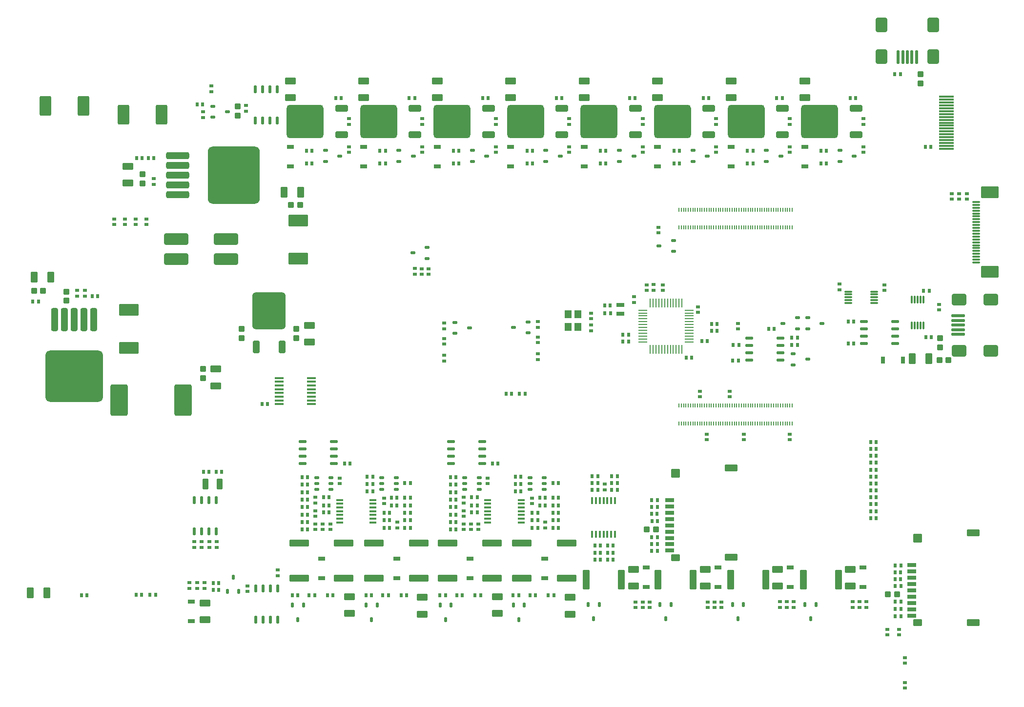
<source format=gtp>
G04*
G04 #@! TF.GenerationSoftware,Altium Limited,Altium Designer,22.1.2 (22)*
G04*
G04 Layer_Color=8421504*
%FSLAX44Y44*%
%MOMM*%
G71*
G04*
G04 #@! TF.SameCoordinates,29E8C143-3DC4-495F-BF5F-5F13AAE0725B*
G04*
G04*
G04 #@! TF.FilePolarity,Positive*
G04*
G01*
G75*
G04:AMPARAMS|DCode=19|XSize=1.2mm|YSize=2.2mm|CornerRadius=0.18mm|HoleSize=0mm|Usage=FLASHONLY|Rotation=90.000|XOffset=0mm|YOffset=0mm|HoleType=Round|Shape=RoundedRectangle|*
%AMROUNDEDRECTD19*
21,1,1.2000,1.8400,0,0,90.0*
21,1,0.8400,2.2000,0,0,90.0*
1,1,0.3600,0.9200,0.4200*
1,1,0.3600,0.9200,-0.4200*
1,1,0.3600,-0.9200,-0.4200*
1,1,0.3600,-0.9200,0.4200*
%
%ADD19ROUNDEDRECTD19*%
G04:AMPARAMS|DCode=20|XSize=1.6mm|YSize=1.5mm|CornerRadius=0.225mm|HoleSize=0mm|Usage=FLASHONLY|Rotation=90.000|XOffset=0mm|YOffset=0mm|HoleType=Round|Shape=RoundedRectangle|*
%AMROUNDEDRECTD20*
21,1,1.6000,1.0500,0,0,90.0*
21,1,1.1500,1.5000,0,0,90.0*
1,1,0.4500,0.5250,0.5750*
1,1,0.4500,0.5250,-0.5750*
1,1,0.4500,-0.5250,-0.5750*
1,1,0.4500,-0.5250,0.5750*
%
%ADD20ROUNDEDRECTD20*%
G04:AMPARAMS|DCode=21|XSize=0.7mm|YSize=1.6mm|CornerRadius=0.105mm|HoleSize=0mm|Usage=FLASHONLY|Rotation=90.000|XOffset=0mm|YOffset=0mm|HoleType=Round|Shape=RoundedRectangle|*
%AMROUNDEDRECTD21*
21,1,0.7000,1.3900,0,0,90.0*
21,1,0.4900,1.6000,0,0,90.0*
1,1,0.2100,0.6950,0.2450*
1,1,0.2100,0.6950,-0.2450*
1,1,0.2100,-0.6950,-0.2450*
1,1,0.2100,-0.6950,0.2450*
%
%ADD21ROUNDEDRECTD21*%
G04:AMPARAMS|DCode=22|XSize=1.2mm|YSize=1.5mm|CornerRadius=0.18mm|HoleSize=0mm|Usage=FLASHONLY|Rotation=90.000|XOffset=0mm|YOffset=0mm|HoleType=Round|Shape=RoundedRectangle|*
%AMROUNDEDRECTD22*
21,1,1.2000,1.1400,0,0,90.0*
21,1,0.8400,1.5000,0,0,90.0*
1,1,0.3600,0.5700,0.4200*
1,1,0.3600,0.5700,-0.4200*
1,1,0.3600,-0.5700,-0.4200*
1,1,0.3600,-0.5700,0.4200*
%
%ADD22ROUNDEDRECTD22*%
G04:AMPARAMS|DCode=23|XSize=3mm|YSize=2mm|CornerRadius=0.1mm|HoleSize=0mm|Usage=FLASHONLY|Rotation=0.000|XOffset=0mm|YOffset=0mm|HoleType=Round|Shape=RoundedRectangle|*
%AMROUNDEDRECTD23*
21,1,3.0000,1.8000,0,0,0.0*
21,1,2.8000,2.0000,0,0,0.0*
1,1,0.2000,1.4000,-0.9000*
1,1,0.2000,-1.4000,-0.9000*
1,1,0.2000,-1.4000,0.9000*
1,1,0.2000,1.4000,0.9000*
%
%ADD23ROUNDEDRECTD23*%
G04:AMPARAMS|DCode=24|XSize=1.3mm|YSize=0.3mm|CornerRadius=0.075mm|HoleSize=0mm|Usage=FLASHONLY|Rotation=0.000|XOffset=0mm|YOffset=0mm|HoleType=Round|Shape=RoundedRectangle|*
%AMROUNDEDRECTD24*
21,1,1.3000,0.1500,0,0,0.0*
21,1,1.1500,0.3000,0,0,0.0*
1,1,0.1500,0.5750,-0.0750*
1,1,0.1500,-0.5750,-0.0750*
1,1,0.1500,-0.5750,0.0750*
1,1,0.1500,0.5750,0.0750*
%
%ADD24ROUNDEDRECTD24*%
G04:AMPARAMS|DCode=25|XSize=1.55mm|YSize=0.3mm|CornerRadius=0.075mm|HoleSize=0mm|Usage=FLASHONLY|Rotation=0.000|XOffset=0mm|YOffset=0mm|HoleType=Round|Shape=RoundedRectangle|*
%AMROUNDEDRECTD25*
21,1,1.5500,0.1500,0,0,0.0*
21,1,1.4000,0.3000,0,0,0.0*
1,1,0.1500,0.7000,-0.0750*
1,1,0.1500,-0.7000,-0.0750*
1,1,0.1500,-0.7000,0.0750*
1,1,0.1500,0.7000,0.0750*
%
%ADD25ROUNDEDRECTD25*%
G04:AMPARAMS|DCode=26|XSize=1.26mm|YSize=0.36mm|CornerRadius=0.09mm|HoleSize=0mm|Usage=FLASHONLY|Rotation=270.000|XOffset=0mm|YOffset=0mm|HoleType=Round|Shape=RoundedRectangle|*
%AMROUNDEDRECTD26*
21,1,1.2600,0.1800,0,0,270.0*
21,1,1.0800,0.3600,0,0,270.0*
1,1,0.1800,-0.0900,-0.5400*
1,1,0.1800,-0.0900,0.5400*
1,1,0.1800,0.0900,0.5400*
1,1,0.1800,0.0900,-0.5400*
%
%ADD26ROUNDEDRECTD26*%
G04:AMPARAMS|DCode=27|XSize=1.2mm|YSize=4mm|CornerRadius=0.3mm|HoleSize=0mm|Usage=FLASHONLY|Rotation=270.000|XOffset=0mm|YOffset=0mm|HoleType=Round|Shape=RoundedRectangle|*
%AMROUNDEDRECTD27*
21,1,1.2000,3.4000,0,0,270.0*
21,1,0.6000,4.0000,0,0,270.0*
1,1,0.6000,-1.7000,-0.3000*
1,1,0.6000,-1.7000,0.3000*
1,1,0.6000,1.7000,0.3000*
1,1,0.6000,1.7000,-0.3000*
%
%ADD27ROUNDEDRECTD27*%
G04:AMPARAMS|DCode=28|XSize=10mm|YSize=9mm|CornerRadius=0.9mm|HoleSize=0mm|Usage=FLASHONLY|Rotation=270.000|XOffset=0mm|YOffset=0mm|HoleType=Round|Shape=RoundedRectangle|*
%AMROUNDEDRECTD28*
21,1,10.0000,7.2000,0,0,270.0*
21,1,8.2000,9.0000,0,0,270.0*
1,1,1.8000,-3.6000,-4.1000*
1,1,1.8000,-3.6000,4.1000*
1,1,1.8000,3.6000,4.1000*
1,1,1.8000,3.6000,-4.1000*
%
%ADD28ROUNDEDRECTD28*%
G04:AMPARAMS|DCode=29|XSize=5.8mm|YSize=6.4mm|CornerRadius=0.58mm|HoleSize=0mm|Usage=FLASHONLY|Rotation=0.000|XOffset=0mm|YOffset=0mm|HoleType=Round|Shape=RoundedRectangle|*
%AMROUNDEDRECTD29*
21,1,5.8000,5.2400,0,0,0.0*
21,1,4.6400,6.4000,0,0,0.0*
1,1,1.1600,2.3200,-2.6200*
1,1,1.1600,-2.3200,-2.6200*
1,1,1.1600,-2.3200,2.6200*
1,1,1.1600,2.3200,2.6200*
%
%ADD29ROUNDEDRECTD29*%
G04:AMPARAMS|DCode=30|XSize=1.2mm|YSize=2.2mm|CornerRadius=0.3mm|HoleSize=0mm|Usage=FLASHONLY|Rotation=0.000|XOffset=0mm|YOffset=0mm|HoleType=Round|Shape=RoundedRectangle|*
%AMROUNDEDRECTD30*
21,1,1.2000,1.6000,0,0,0.0*
21,1,0.6000,2.2000,0,0,0.0*
1,1,0.6000,0.3000,-0.8000*
1,1,0.6000,-0.3000,-0.8000*
1,1,0.6000,-0.3000,0.8000*
1,1,0.6000,0.3000,0.8000*
%
%ADD30ROUNDEDRECTD30*%
G04:AMPARAMS|DCode=31|XSize=3.1mm|YSize=5.5mm|CornerRadius=0.465mm|HoleSize=0mm|Usage=FLASHONLY|Rotation=0.000|XOffset=0mm|YOffset=0mm|HoleType=Round|Shape=RoundedRectangle|*
%AMROUNDEDRECTD31*
21,1,3.1000,4.5700,0,0,0.0*
21,1,2.1700,5.5000,0,0,0.0*
1,1,0.9300,1.0850,-2.2850*
1,1,0.9300,-1.0850,-2.2850*
1,1,0.9300,-1.0850,2.2850*
1,1,0.9300,1.0850,2.2850*
%
%ADD31ROUNDEDRECTD31*%
G04:AMPARAMS|DCode=32|XSize=0.9mm|YSize=0.5mm|CornerRadius=0.125mm|HoleSize=0mm|Usage=FLASHONLY|Rotation=0.000|XOffset=0mm|YOffset=0mm|HoleType=Round|Shape=RoundedRectangle|*
%AMROUNDEDRECTD32*
21,1,0.9000,0.2500,0,0,0.0*
21,1,0.6500,0.5000,0,0,0.0*
1,1,0.2500,0.3250,-0.1250*
1,1,0.2500,-0.3250,-0.1250*
1,1,0.2500,-0.3250,0.1250*
1,1,0.2500,0.3250,0.1250*
%
%ADD32ROUNDEDRECTD32*%
G04:AMPARAMS|DCode=33|XSize=1.4mm|YSize=0.5mm|CornerRadius=0.125mm|HoleSize=0mm|Usage=FLASHONLY|Rotation=90.000|XOffset=0mm|YOffset=0mm|HoleType=Round|Shape=RoundedRectangle|*
%AMROUNDEDRECTD33*
21,1,1.4000,0.2500,0,0,90.0*
21,1,1.1500,0.5000,0,0,90.0*
1,1,0.2500,0.1250,0.5750*
1,1,0.2500,0.1250,-0.5750*
1,1,0.2500,-0.1250,-0.5750*
1,1,0.2500,-0.1250,0.5750*
%
%ADD33ROUNDEDRECTD33*%
G04:AMPARAMS|DCode=34|XSize=0.7mm|YSize=1.2mm|CornerRadius=0.07mm|HoleSize=0mm|Usage=FLASHONLY|Rotation=90.000|XOffset=0mm|YOffset=0mm|HoleType=Round|Shape=RoundedRectangle|*
%AMROUNDEDRECTD34*
21,1,0.7000,1.0600,0,0,90.0*
21,1,0.5600,1.2000,0,0,90.0*
1,1,0.1400,0.5300,0.2800*
1,1,0.1400,0.5300,-0.2800*
1,1,0.1400,-0.5300,-0.2800*
1,1,0.1400,-0.5300,0.2800*
%
%ADD34ROUNDEDRECTD34*%
G04:AMPARAMS|DCode=35|XSize=1.25mm|YSize=3.4mm|CornerRadius=0.125mm|HoleSize=0mm|Usage=FLASHONLY|Rotation=0.000|XOffset=0mm|YOffset=0mm|HoleType=Round|Shape=RoundedRectangle|*
%AMROUNDEDRECTD35*
21,1,1.2500,3.1500,0,0,0.0*
21,1,1.0000,3.4000,0,0,0.0*
1,1,0.2500,0.5000,-1.5750*
1,1,0.2500,-0.5000,-1.5750*
1,1,0.2500,-0.5000,1.5750*
1,1,0.2500,0.5000,1.5750*
%
%ADD35ROUNDEDRECTD35*%
G04:AMPARAMS|DCode=36|XSize=1.15mm|YSize=1.8mm|CornerRadius=0.115mm|HoleSize=0mm|Usage=FLASHONLY|Rotation=0.000|XOffset=0mm|YOffset=0mm|HoleType=Round|Shape=RoundedRectangle|*
%AMROUNDEDRECTD36*
21,1,1.1500,1.5700,0,0,0.0*
21,1,0.9200,1.8000,0,0,0.0*
1,1,0.2300,0.4600,-0.7850*
1,1,0.2300,-0.4600,-0.7850*
1,1,0.2300,-0.4600,0.7850*
1,1,0.2300,0.4600,0.7850*
%
%ADD36ROUNDEDRECTD36*%
G04:AMPARAMS|DCode=37|XSize=0.57mm|YSize=0.62mm|CornerRadius=0.057mm|HoleSize=0mm|Usage=FLASHONLY|Rotation=180.000|XOffset=0mm|YOffset=0mm|HoleType=Round|Shape=RoundedRectangle|*
%AMROUNDEDRECTD37*
21,1,0.5700,0.5060,0,0,180.0*
21,1,0.4560,0.6200,0,0,180.0*
1,1,0.1140,-0.2280,0.2530*
1,1,0.1140,0.2280,0.2530*
1,1,0.1140,0.2280,-0.2530*
1,1,0.1140,-0.2280,-0.2530*
%
%ADD37ROUNDEDRECTD37*%
G04:AMPARAMS|DCode=38|XSize=0.95mm|YSize=1mm|CornerRadius=0.095mm|HoleSize=0mm|Usage=FLASHONLY|Rotation=90.000|XOffset=0mm|YOffset=0mm|HoleType=Round|Shape=RoundedRectangle|*
%AMROUNDEDRECTD38*
21,1,0.9500,0.8100,0,0,90.0*
21,1,0.7600,1.0000,0,0,90.0*
1,1,0.1900,0.4050,0.3800*
1,1,0.1900,0.4050,-0.3800*
1,1,0.1900,-0.4050,-0.3800*
1,1,0.1900,-0.4050,0.3800*
%
%ADD38ROUNDEDRECTD38*%
G04:AMPARAMS|DCode=39|XSize=0.57mm|YSize=0.62mm|CornerRadius=0.057mm|HoleSize=0mm|Usage=FLASHONLY|Rotation=270.000|XOffset=0mm|YOffset=0mm|HoleType=Round|Shape=RoundedRectangle|*
%AMROUNDEDRECTD39*
21,1,0.5700,0.5060,0,0,270.0*
21,1,0.4560,0.6200,0,0,270.0*
1,1,0.1140,-0.2530,-0.2280*
1,1,0.1140,-0.2530,0.2280*
1,1,0.1140,0.2530,0.2280*
1,1,0.1140,0.2530,-0.2280*
%
%ADD39ROUNDEDRECTD39*%
G04:AMPARAMS|DCode=40|XSize=0.3mm|YSize=1.35mm|CornerRadius=0.045mm|HoleSize=0mm|Usage=FLASHONLY|Rotation=0.000|XOffset=0mm|YOffset=0mm|HoleType=Round|Shape=RoundedRectangle|*
%AMROUNDEDRECTD40*
21,1,0.3000,1.2600,0,0,0.0*
21,1,0.2100,1.3500,0,0,0.0*
1,1,0.0900,0.1050,-0.6300*
1,1,0.0900,-0.1050,-0.6300*
1,1,0.0900,-0.1050,0.6300*
1,1,0.0900,0.1050,0.6300*
%
%ADD40ROUNDEDRECTD40*%
%ADD41O,1.5500X0.2500*%
%ADD42O,0.2500X1.5500*%
G04:AMPARAMS|DCode=43|XSize=4.2mm|YSize=2mm|CornerRadius=0.3mm|HoleSize=0mm|Usage=FLASHONLY|Rotation=0.000|XOffset=0mm|YOffset=0mm|HoleType=Round|Shape=RoundedRectangle|*
%AMROUNDEDRECTD43*
21,1,4.2000,1.4000,0,0,0.0*
21,1,3.6000,2.0000,0,0,0.0*
1,1,0.6000,1.8000,-0.7000*
1,1,0.6000,-1.8000,-0.7000*
1,1,0.6000,-1.8000,0.7000*
1,1,0.6000,1.8000,0.7000*
%
%ADD43ROUNDEDRECTD43*%
G04:AMPARAMS|DCode=44|XSize=2.6mm|YSize=0.3mm|CornerRadius=0.075mm|HoleSize=0mm|Usage=FLASHONLY|Rotation=180.000|XOffset=0mm|YOffset=0mm|HoleType=Round|Shape=RoundedRectangle|*
%AMROUNDEDRECTD44*
21,1,2.6000,0.1500,0,0,180.0*
21,1,2.4500,0.3000,0,0,180.0*
1,1,0.1500,-1.2250,0.0750*
1,1,0.1500,1.2250,0.0750*
1,1,0.1500,1.2250,-0.0750*
1,1,0.1500,-1.2250,-0.0750*
%
%ADD44ROUNDEDRECTD44*%
G04:AMPARAMS|DCode=45|XSize=2mm|YSize=3.4mm|CornerRadius=0.2mm|HoleSize=0mm|Usage=FLASHONLY|Rotation=270.000|XOffset=0mm|YOffset=0mm|HoleType=Round|Shape=RoundedRectangle|*
%AMROUNDEDRECTD45*
21,1,2.0000,3.0000,0,0,270.0*
21,1,1.6000,3.4000,0,0,270.0*
1,1,0.4000,-1.5000,-0.8000*
1,1,0.4000,-1.5000,0.8000*
1,1,0.4000,1.5000,0.8000*
1,1,0.4000,1.5000,-0.8000*
%
%ADD45ROUNDEDRECTD45*%
G04:AMPARAMS|DCode=46|XSize=0.2mm|YSize=0.7mm|CornerRadius=0.05mm|HoleSize=0mm|Usage=FLASHONLY|Rotation=0.000|XOffset=0mm|YOffset=0mm|HoleType=Round|Shape=RoundedRectangle|*
%AMROUNDEDRECTD46*
21,1,0.2000,0.6000,0,0,0.0*
21,1,0.1000,0.7000,0,0,0.0*
1,1,0.1000,0.0500,-0.3000*
1,1,0.1000,-0.0500,-0.3000*
1,1,0.1000,-0.0500,0.3000*
1,1,0.1000,0.0500,0.3000*
%
%ADD46ROUNDEDRECTD46*%
G04:AMPARAMS|DCode=47|XSize=1.4mm|YSize=1.2mm|CornerRadius=0.18mm|HoleSize=0mm|Usage=FLASHONLY|Rotation=270.000|XOffset=0mm|YOffset=0mm|HoleType=Round|Shape=RoundedRectangle|*
%AMROUNDEDRECTD47*
21,1,1.4000,0.8400,0,0,270.0*
21,1,1.0400,1.2000,0,0,270.0*
1,1,0.3600,-0.4200,-0.5200*
1,1,0.3600,-0.4200,0.5200*
1,1,0.3600,0.4200,0.5200*
1,1,0.3600,0.4200,-0.5200*
%
%ADD47ROUNDEDRECTD47*%
G04:AMPARAMS|DCode=48|XSize=1mm|YSize=1.8mm|CornerRadius=0.1mm|HoleSize=0mm|Usage=FLASHONLY|Rotation=180.000|XOffset=0mm|YOffset=0mm|HoleType=Round|Shape=RoundedRectangle|*
%AMROUNDEDRECTD48*
21,1,1.0000,1.6000,0,0,180.0*
21,1,0.8000,1.8000,0,0,180.0*
1,1,0.2000,-0.4000,0.8000*
1,1,0.2000,0.4000,0.8000*
1,1,0.2000,0.4000,-0.8000*
1,1,0.2000,-0.4000,-0.8000*
%
%ADD48ROUNDEDRECTD48*%
G04:AMPARAMS|DCode=49|XSize=0.7mm|YSize=1.4mm|CornerRadius=0.105mm|HoleSize=0mm|Usage=FLASHONLY|Rotation=90.000|XOffset=0mm|YOffset=0mm|HoleType=Round|Shape=RoundedRectangle|*
%AMROUNDEDRECTD49*
21,1,0.7000,1.1900,0,0,90.0*
21,1,0.4900,1.4000,0,0,90.0*
1,1,0.2100,0.5950,0.2450*
1,1,0.2100,0.5950,-0.2450*
1,1,0.2100,-0.5950,-0.2450*
1,1,0.2100,-0.5950,0.2450*
%
%ADD49ROUNDEDRECTD49*%
G04:AMPARAMS|DCode=50|XSize=2.5mm|YSize=2mm|CornerRadius=0.3mm|HoleSize=0mm|Usage=FLASHONLY|Rotation=270.000|XOffset=0mm|YOffset=0mm|HoleType=Round|Shape=RoundedRectangle|*
%AMROUNDEDRECTD50*
21,1,2.5000,1.4000,0,0,270.0*
21,1,1.9000,2.0000,0,0,270.0*
1,1,0.6000,-0.7000,-0.9500*
1,1,0.6000,-0.7000,0.9500*
1,1,0.6000,0.7000,0.9500*
1,1,0.6000,0.7000,-0.9500*
%
%ADD50ROUNDEDRECTD50*%
G04:AMPARAMS|DCode=51|XSize=2.3mm|YSize=0.5mm|CornerRadius=0.075mm|HoleSize=0mm|Usage=FLASHONLY|Rotation=270.000|XOffset=0mm|YOffset=0mm|HoleType=Round|Shape=RoundedRectangle|*
%AMROUNDEDRECTD51*
21,1,2.3000,0.3500,0,0,270.0*
21,1,2.1500,0.5000,0,0,270.0*
1,1,0.1500,-0.1750,-1.0750*
1,1,0.1500,-0.1750,1.0750*
1,1,0.1500,0.1750,1.0750*
1,1,0.1500,0.1750,-1.0750*
%
%ADD51ROUNDEDRECTD51*%
G04:AMPARAMS|DCode=52|XSize=2.3mm|YSize=0.5mm|CornerRadius=0.075mm|HoleSize=0mm|Usage=FLASHONLY|Rotation=180.000|XOffset=0mm|YOffset=0mm|HoleType=Round|Shape=RoundedRectangle|*
%AMROUNDEDRECTD52*
21,1,2.3000,0.3500,0,0,180.0*
21,1,2.1500,0.5000,0,0,180.0*
1,1,0.1500,-1.0750,0.1750*
1,1,0.1500,1.0750,0.1750*
1,1,0.1500,1.0750,-0.1750*
1,1,0.1500,-1.0750,-0.1750*
%
%ADD52ROUNDEDRECTD52*%
G04:AMPARAMS|DCode=53|XSize=2.5mm|YSize=2mm|CornerRadius=0.3mm|HoleSize=0mm|Usage=FLASHONLY|Rotation=0.000|XOffset=0mm|YOffset=0mm|HoleType=Round|Shape=RoundedRectangle|*
%AMROUNDEDRECTD53*
21,1,2.5000,1.4000,0,0,0.0*
21,1,1.9000,2.0000,0,0,0.0*
1,1,0.6000,0.9500,-0.7000*
1,1,0.6000,-0.9500,-0.7000*
1,1,0.6000,-0.9500,0.7000*
1,1,0.6000,0.9500,0.7000*
%
%ADD53ROUNDEDRECTD53*%
G04:AMPARAMS|DCode=54|XSize=1.15mm|YSize=1.8mm|CornerRadius=0.115mm|HoleSize=0mm|Usage=FLASHONLY|Rotation=270.000|XOffset=0mm|YOffset=0mm|HoleType=Round|Shape=RoundedRectangle|*
%AMROUNDEDRECTD54*
21,1,1.1500,1.5700,0,0,270.0*
21,1,0.9200,1.8000,0,0,270.0*
1,1,0.2300,-0.7850,-0.4600*
1,1,0.2300,-0.7850,0.4600*
1,1,0.2300,0.7850,0.4600*
1,1,0.2300,0.7850,-0.4600*
%
%ADD54ROUNDEDRECTD54*%
G04:AMPARAMS|DCode=55|XSize=0.95mm|YSize=1mm|CornerRadius=0.095mm|HoleSize=0mm|Usage=FLASHONLY|Rotation=0.000|XOffset=0mm|YOffset=0mm|HoleType=Round|Shape=RoundedRectangle|*
%AMROUNDEDRECTD55*
21,1,0.9500,0.8100,0,0,0.0*
21,1,0.7600,1.0000,0,0,0.0*
1,1,0.1900,0.3800,-0.4050*
1,1,0.1900,-0.3800,-0.4050*
1,1,0.1900,-0.3800,0.4050*
1,1,0.1900,0.3800,0.4050*
%
%ADD55ROUNDEDRECTD55*%
G04:AMPARAMS|DCode=56|XSize=2mm|YSize=3.4mm|CornerRadius=0.2mm|HoleSize=0mm|Usage=FLASHONLY|Rotation=0.000|XOffset=0mm|YOffset=0mm|HoleType=Round|Shape=RoundedRectangle|*
%AMROUNDEDRECTD56*
21,1,2.0000,3.0000,0,0,0.0*
21,1,1.6000,3.4000,0,0,0.0*
1,1,0.4000,0.8000,-1.5000*
1,1,0.4000,-0.8000,-1.5000*
1,1,0.4000,-0.8000,1.5000*
1,1,0.4000,0.8000,1.5000*
%
%ADD56ROUNDEDRECTD56*%
G04:AMPARAMS|DCode=57|XSize=0.7mm|YSize=1.2mm|CornerRadius=0.07mm|HoleSize=0mm|Usage=FLASHONLY|Rotation=0.000|XOffset=0mm|YOffset=0mm|HoleType=Round|Shape=RoundedRectangle|*
%AMROUNDEDRECTD57*
21,1,0.7000,1.0600,0,0,0.0*
21,1,0.5600,1.2000,0,0,0.0*
1,1,0.1400,0.2800,-0.5300*
1,1,0.1400,-0.2800,-0.5300*
1,1,0.1400,-0.2800,0.5300*
1,1,0.1400,0.2800,0.5300*
%
%ADD57ROUNDEDRECTD57*%
G04:AMPARAMS|DCode=58|XSize=5.8mm|YSize=6.4mm|CornerRadius=0.58mm|HoleSize=0mm|Usage=FLASHONLY|Rotation=90.000|XOffset=0mm|YOffset=0mm|HoleType=Round|Shape=RoundedRectangle|*
%AMROUNDEDRECTD58*
21,1,5.8000,5.2400,0,0,90.0*
21,1,4.6400,6.4000,0,0,90.0*
1,1,1.1600,2.6200,2.3200*
1,1,1.1600,2.6200,-2.3200*
1,1,1.1600,-2.6200,-2.3200*
1,1,1.1600,-2.6200,2.3200*
%
%ADD58ROUNDEDRECTD58*%
G04:AMPARAMS|DCode=59|XSize=1.2mm|YSize=2.2mm|CornerRadius=0.3mm|HoleSize=0mm|Usage=FLASHONLY|Rotation=90.000|XOffset=0mm|YOffset=0mm|HoleType=Round|Shape=RoundedRectangle|*
%AMROUNDEDRECTD59*
21,1,1.2000,1.6000,0,0,90.0*
21,1,0.6000,2.2000,0,0,90.0*
1,1,0.6000,0.8000,0.3000*
1,1,0.6000,0.8000,-0.3000*
1,1,0.6000,-0.8000,-0.3000*
1,1,0.6000,-0.8000,0.3000*
%
%ADD59ROUNDEDRECTD59*%
G04:AMPARAMS|DCode=60|XSize=1.25mm|YSize=3.4mm|CornerRadius=0.125mm|HoleSize=0mm|Usage=FLASHONLY|Rotation=270.000|XOffset=0mm|YOffset=0mm|HoleType=Round|Shape=RoundedRectangle|*
%AMROUNDEDRECTD60*
21,1,1.2500,3.1500,0,0,270.0*
21,1,1.0000,3.4000,0,0,270.0*
1,1,0.2500,-1.5750,-0.5000*
1,1,0.2500,-1.5750,0.5000*
1,1,0.2500,1.5750,0.5000*
1,1,0.2500,1.5750,-0.5000*
%
%ADD60ROUNDEDRECTD60*%
G04:AMPARAMS|DCode=61|XSize=1.26mm|YSize=0.36mm|CornerRadius=0.09mm|HoleSize=0mm|Usage=FLASHONLY|Rotation=0.000|XOffset=0mm|YOffset=0mm|HoleType=Round|Shape=RoundedRectangle|*
%AMROUNDEDRECTD61*
21,1,1.2600,0.1800,0,0,0.0*
21,1,1.0800,0.3600,0,0,0.0*
1,1,0.1800,0.5400,-0.0900*
1,1,0.1800,-0.5400,-0.0900*
1,1,0.1800,-0.5400,0.0900*
1,1,0.1800,0.5400,0.0900*
%
%ADD61ROUNDEDRECTD61*%
G04:AMPARAMS|DCode=62|XSize=1.4mm|YSize=0.5mm|CornerRadius=0.125mm|HoleSize=0mm|Usage=FLASHONLY|Rotation=0.000|XOffset=0mm|YOffset=0mm|HoleType=Round|Shape=RoundedRectangle|*
%AMROUNDEDRECTD62*
21,1,1.4000,0.2500,0,0,0.0*
21,1,1.1500,0.5000,0,0,0.0*
1,1,0.2500,0.5750,-0.1250*
1,1,0.2500,-0.5750,-0.1250*
1,1,0.2500,-0.5750,0.1250*
1,1,0.2500,0.5750,0.1250*
%
%ADD62ROUNDEDRECTD62*%
G04:AMPARAMS|DCode=63|XSize=1.2mm|YSize=4mm|CornerRadius=0.3mm|HoleSize=0mm|Usage=FLASHONLY|Rotation=180.000|XOffset=0mm|YOffset=0mm|HoleType=Round|Shape=RoundedRectangle|*
%AMROUNDEDRECTD63*
21,1,1.2000,3.4000,0,0,180.0*
21,1,0.6000,4.0000,0,0,180.0*
1,1,0.6000,-0.3000,1.7000*
1,1,0.6000,0.3000,1.7000*
1,1,0.6000,0.3000,-1.7000*
1,1,0.6000,-0.3000,-1.7000*
%
%ADD63ROUNDEDRECTD63*%
G04:AMPARAMS|DCode=64|XSize=10mm|YSize=9mm|CornerRadius=0.9mm|HoleSize=0mm|Usage=FLASHONLY|Rotation=180.000|XOffset=0mm|YOffset=0mm|HoleType=Round|Shape=RoundedRectangle|*
%AMROUNDEDRECTD64*
21,1,10.0000,7.2000,0,0,180.0*
21,1,8.2000,9.0000,0,0,180.0*
1,1,1.8000,-4.1000,3.6000*
1,1,1.8000,4.1000,3.6000*
1,1,1.8000,4.1000,-3.6000*
1,1,1.8000,-4.1000,-3.6000*
%
%ADD64ROUNDEDRECTD64*%
G04:AMPARAMS|DCode=65|XSize=0.9mm|YSize=0.5mm|CornerRadius=0.125mm|HoleSize=0mm|Usage=FLASHONLY|Rotation=270.000|XOffset=0mm|YOffset=0mm|HoleType=Round|Shape=RoundedRectangle|*
%AMROUNDEDRECTD65*
21,1,0.9000,0.2500,0,0,270.0*
21,1,0.6500,0.5000,0,0,270.0*
1,1,0.2500,-0.1250,-0.3250*
1,1,0.2500,-0.1250,0.3250*
1,1,0.2500,0.1250,0.3250*
1,1,0.2500,0.1250,-0.3250*
%
%ADD65ROUNDEDRECTD65*%
G04:AMPARAMS|DCode=66|XSize=0.3mm|YSize=1.35mm|CornerRadius=0.045mm|HoleSize=0mm|Usage=FLASHONLY|Rotation=90.000|XOffset=0mm|YOffset=0mm|HoleType=Round|Shape=RoundedRectangle|*
%AMROUNDEDRECTD66*
21,1,0.3000,1.2600,0,0,90.0*
21,1,0.2100,1.3500,0,0,90.0*
1,1,0.0900,0.6300,0.1050*
1,1,0.0900,0.6300,-0.1050*
1,1,0.0900,-0.6300,-0.1050*
1,1,0.0900,-0.6300,0.1050*
%
%ADD66ROUNDEDRECTD66*%
D19*
X1736000Y284000D02*
D03*
Y129000D02*
D03*
X1316000Y397000D02*
D03*
Y242000D02*
D03*
D20*
X1640000Y275000D02*
D03*
X1220000Y388000D02*
D03*
D21*
X1630000Y228500D02*
D03*
Y206500D02*
D03*
Y151500D02*
D03*
Y195500D02*
D03*
Y184500D02*
D03*
Y162500D02*
D03*
Y173500D02*
D03*
Y217500D02*
D03*
Y140500D02*
D03*
X1210000Y341500D02*
D03*
Y319500D02*
D03*
Y264500D02*
D03*
Y308500D02*
D03*
Y297500D02*
D03*
Y275500D02*
D03*
Y286500D02*
D03*
Y330500D02*
D03*
Y253500D02*
D03*
D22*
X1640000Y128500D02*
D03*
X1220000Y241500D02*
D03*
D23*
X1765000Y737000D02*
D03*
Y875000D02*
D03*
D24*
X1741500Y803500D02*
D03*
Y808500D02*
D03*
Y813500D02*
D03*
Y818500D02*
D03*
Y823500D02*
D03*
Y828500D02*
D03*
Y833500D02*
D03*
Y838500D02*
D03*
Y783500D02*
D03*
Y788500D02*
D03*
Y793500D02*
D03*
Y798500D02*
D03*
Y763500D02*
D03*
Y768500D02*
D03*
Y773500D02*
D03*
Y778500D02*
D03*
Y843500D02*
D03*
Y848500D02*
D03*
Y853500D02*
D03*
Y858500D02*
D03*
Y753500D02*
D03*
Y758500D02*
D03*
D25*
X532500Y514000D02*
D03*
X588500Y553000D02*
D03*
X532500Y540000D02*
D03*
Y533500D02*
D03*
Y527000D02*
D03*
Y520500D02*
D03*
Y507500D02*
D03*
Y553000D02*
D03*
Y546500D02*
D03*
X588500Y533500D02*
D03*
Y540000D02*
D03*
Y546500D02*
D03*
Y507500D02*
D03*
Y514000D02*
D03*
Y520500D02*
D03*
Y527000D02*
D03*
D26*
X1095000Y282000D02*
D03*
X1101500D02*
D03*
X1108000D02*
D03*
X1114500D02*
D03*
X1075500D02*
D03*
X1082000D02*
D03*
X1088500D02*
D03*
Y340000D02*
D03*
X1082000D02*
D03*
X1075500D02*
D03*
X1114500D02*
D03*
X1108000D02*
D03*
X1101500D02*
D03*
X1095000D02*
D03*
D27*
X356000Y888000D02*
D03*
Y939000D02*
D03*
Y871000D02*
D03*
Y922000D02*
D03*
Y905000D02*
D03*
D28*
X454000D02*
D03*
D29*
X515000Y670000D02*
D03*
D30*
X537800Y607000D02*
D03*
X492200D02*
D03*
D31*
X254500Y515000D02*
D03*
X365500D02*
D03*
D32*
X992500Y360000D02*
D03*
Y370000D02*
D03*
Y380000D02*
D03*
X967500Y360000D02*
D03*
Y370000D02*
D03*
Y380000D02*
D03*
X1216500Y772500D02*
D03*
Y791500D02*
D03*
X1191500Y782000D02*
D03*
X612590Y947880D02*
D03*
Y928880D02*
D03*
X637590Y938380D02*
D03*
X740080Y947880D02*
D03*
Y928880D02*
D03*
X765080Y938380D02*
D03*
X867570Y947880D02*
D03*
Y928880D02*
D03*
X892570Y938380D02*
D03*
X995060Y947880D02*
D03*
Y928880D02*
D03*
X1020060Y938380D02*
D03*
X1122550Y947880D02*
D03*
Y928880D02*
D03*
X1147550Y938380D02*
D03*
X1250040Y947880D02*
D03*
Y928880D02*
D03*
X1275040Y938380D02*
D03*
X1377530Y947880D02*
D03*
Y928880D02*
D03*
X1402530Y938380D02*
D03*
X1505020Y947880D02*
D03*
Y928880D02*
D03*
X1530020Y938380D02*
D03*
X597500Y380000D02*
D03*
Y370000D02*
D03*
Y360000D02*
D03*
X622500Y380000D02*
D03*
Y370000D02*
D03*
Y360000D02*
D03*
X879500D02*
D03*
Y370000D02*
D03*
Y380000D02*
D03*
X854500Y360000D02*
D03*
Y370000D02*
D03*
Y380000D02*
D03*
X710500D02*
D03*
Y370000D02*
D03*
Y360000D02*
D03*
X735500Y380000D02*
D03*
Y370000D02*
D03*
Y360000D02*
D03*
X837500Y649500D02*
D03*
Y630500D02*
D03*
X862500Y640000D02*
D03*
X963800Y631465D02*
D03*
Y650465D02*
D03*
X938800Y640965D02*
D03*
X1448999Y657467D02*
D03*
Y638467D02*
D03*
X1473999Y647968D02*
D03*
X1423999Y594967D02*
D03*
Y575967D02*
D03*
X1448999Y585467D02*
D03*
X789000Y760500D02*
D03*
Y779500D02*
D03*
X764000Y770000D02*
D03*
X1431499Y638467D02*
D03*
Y657467D02*
D03*
X1406499Y647968D02*
D03*
X417500Y1024500D02*
D03*
Y1005500D02*
D03*
X442500Y1015000D02*
D03*
D33*
X529050Y1054000D02*
D03*
X516350D02*
D03*
X503650D02*
D03*
X490950D02*
D03*
X529050Y1000000D02*
D03*
X516350D02*
D03*
X503650D02*
D03*
X490950D02*
D03*
X385300Y287000D02*
D03*
X398000D02*
D03*
X410700D02*
D03*
X423400D02*
D03*
X385300Y341000D02*
D03*
X398000D02*
D03*
X410700D02*
D03*
X423400D02*
D03*
X491950Y134000D02*
D03*
X504650D02*
D03*
X517350D02*
D03*
X530050D02*
D03*
X491950Y188000D02*
D03*
X504650D02*
D03*
X517350D02*
D03*
X530050D02*
D03*
D34*
X1443860Y920110D02*
D03*
Y954110D02*
D03*
X606240Y239820D02*
D03*
Y205820D02*
D03*
X863240D02*
D03*
Y239820D02*
D03*
X736240D02*
D03*
Y205820D02*
D03*
X993240D02*
D03*
Y239820D02*
D03*
X1169240Y190320D02*
D03*
Y224320D02*
D03*
X1293240Y190320D02*
D03*
Y224320D02*
D03*
X1419240Y190320D02*
D03*
Y224320D02*
D03*
X1545240Y190320D02*
D03*
Y224320D02*
D03*
X380000Y131000D02*
D03*
Y165000D02*
D03*
X551430Y920110D02*
D03*
Y954110D02*
D03*
X678920Y920110D02*
D03*
Y954110D02*
D03*
X806410Y920110D02*
D03*
Y954110D02*
D03*
X933900Y920110D02*
D03*
Y954110D02*
D03*
X1061390Y920110D02*
D03*
Y954110D02*
D03*
X1188880Y920110D02*
D03*
Y954110D02*
D03*
X1316370Y920110D02*
D03*
Y954110D02*
D03*
D35*
X1441740Y203320D02*
D03*
X1502740D02*
D03*
X1064740D02*
D03*
X1125740D02*
D03*
X1189740D02*
D03*
X1250740D02*
D03*
X1315240D02*
D03*
X1376240D02*
D03*
D36*
X100500Y180000D02*
D03*
X129500D02*
D03*
X540500Y875000D02*
D03*
X569500D02*
D03*
X107500Y728000D02*
D03*
X136500D02*
D03*
X1659500Y586500D02*
D03*
X1630500D02*
D03*
D37*
X1663800Y624000D02*
D03*
X1654200D02*
D03*
X609200Y320000D02*
D03*
X618800D02*
D03*
X875800D02*
D03*
X866200D02*
D03*
X759800Y371000D02*
D03*
X750200D02*
D03*
X1007200D02*
D03*
X1016800D02*
D03*
X655040Y404820D02*
D03*
X645440D02*
D03*
X902440D02*
D03*
X912040D02*
D03*
X736800Y332000D02*
D03*
X727200D02*
D03*
X984200D02*
D03*
X993800D02*
D03*
X423200Y390000D02*
D03*
X432800D02*
D03*
X410800D02*
D03*
X401200D02*
D03*
X1653200Y954000D02*
D03*
X1662800D02*
D03*
X1567800Y418000D02*
D03*
X1558200D02*
D03*
X1567800Y430000D02*
D03*
X1558200D02*
D03*
X105200Y686000D02*
D03*
X114800D02*
D03*
X581800Y329000D02*
D03*
X572200D02*
D03*
X829200D02*
D03*
X838800D02*
D03*
X581800Y342000D02*
D03*
X572200D02*
D03*
X829200D02*
D03*
X838800D02*
D03*
X572200Y303000D02*
D03*
X581800D02*
D03*
X838800D02*
D03*
X829200D02*
D03*
X572200Y290000D02*
D03*
X581800D02*
D03*
X838800D02*
D03*
X829200D02*
D03*
X581800Y316000D02*
D03*
X572200D02*
D03*
X829200D02*
D03*
X838800D02*
D03*
X572200Y355000D02*
D03*
X581800D02*
D03*
X838800D02*
D03*
X829200D02*
D03*
X581800Y368000D02*
D03*
X572200D02*
D03*
X829200D02*
D03*
X838800D02*
D03*
X750200Y306000D02*
D03*
X759800D02*
D03*
X1016800D02*
D03*
X1007200D02*
D03*
X750200Y293000D02*
D03*
X759800D02*
D03*
X1016800D02*
D03*
X1007200D02*
D03*
X759800Y332000D02*
D03*
X750200D02*
D03*
X1007200D02*
D03*
X1016800D02*
D03*
X759800Y345000D02*
D03*
X750200D02*
D03*
X1007200D02*
D03*
X1016800D02*
D03*
X750200Y319000D02*
D03*
X759800D02*
D03*
X1016800D02*
D03*
X1007200D02*
D03*
X736800Y345000D02*
D03*
X727200D02*
D03*
X984200D02*
D03*
X993800D02*
D03*
X581800Y381000D02*
D03*
X572200D02*
D03*
X829200D02*
D03*
X838800D02*
D03*
X685200Y356000D02*
D03*
X694800D02*
D03*
X951800D02*
D03*
X942200D02*
D03*
X1109200Y371000D02*
D03*
X1118800D02*
D03*
X1109200Y359000D02*
D03*
X1118800D02*
D03*
X1109200Y383000D02*
D03*
X1118800D02*
D03*
X1085000Y371000D02*
D03*
X1075400D02*
D03*
X1085000Y359000D02*
D03*
X1075400D02*
D03*
X1085000Y383000D02*
D03*
X1075400D02*
D03*
X1102200Y250000D02*
D03*
X1111800D02*
D03*
X1102200Y262000D02*
D03*
X1111800D02*
D03*
X1102200Y238000D02*
D03*
X1111800D02*
D03*
X1089800Y250000D02*
D03*
X1080200D02*
D03*
X1089800Y262000D02*
D03*
X1080200D02*
D03*
X1089800Y238000D02*
D03*
X1080200D02*
D03*
X1558200Y322000D02*
D03*
X1567800D02*
D03*
X1558200Y358000D02*
D03*
X1567800D02*
D03*
X1558200Y370000D02*
D03*
X1567800D02*
D03*
X1558200Y406000D02*
D03*
X1567800D02*
D03*
X1558200Y442000D02*
D03*
X1567800D02*
D03*
X1558200Y310000D02*
D03*
X1567800D02*
D03*
Y334000D02*
D03*
X1558200D02*
D03*
X1567800Y346000D02*
D03*
X1558200D02*
D03*
X1567800Y382000D02*
D03*
X1558200D02*
D03*
X1567800Y394000D02*
D03*
X1558200D02*
D03*
X208200Y695000D02*
D03*
X217800D02*
D03*
X198800Y176000D02*
D03*
X189200D02*
D03*
X317800Y177000D02*
D03*
X308200D02*
D03*
X293800D02*
D03*
X284200D02*
D03*
X294800Y935000D02*
D03*
X285200D02*
D03*
X630450Y1038710D02*
D03*
X640050D02*
D03*
X757940D02*
D03*
X767540D02*
D03*
X885430D02*
D03*
X895030D02*
D03*
X1012920D02*
D03*
X1022520D02*
D03*
X1140410D02*
D03*
X1150010D02*
D03*
X1267900D02*
D03*
X1277500D02*
D03*
X1395390D02*
D03*
X1404990D02*
D03*
X1522880D02*
D03*
X1532480D02*
D03*
X579650Y947270D02*
D03*
X589250D02*
D03*
X707140D02*
D03*
X716740D02*
D03*
X834630D02*
D03*
X844230D02*
D03*
X962120D02*
D03*
X971720D02*
D03*
X1089610D02*
D03*
X1099210D02*
D03*
X1217100D02*
D03*
X1226700D02*
D03*
X1344590D02*
D03*
X1354190D02*
D03*
X1472080D02*
D03*
X1481680D02*
D03*
X589250Y925680D02*
D03*
X579650D02*
D03*
X716740D02*
D03*
X707140D02*
D03*
X844230D02*
D03*
X834630D02*
D03*
X971720D02*
D03*
X962120D02*
D03*
X1099210D02*
D03*
X1089610D02*
D03*
X1226700D02*
D03*
X1217100D02*
D03*
X1354190D02*
D03*
X1344590D02*
D03*
X1481680D02*
D03*
X1472080D02*
D03*
X616200Y176000D02*
D03*
X625800D02*
D03*
X744100Y176000D02*
D03*
X753700D02*
D03*
X999200Y176000D02*
D03*
X1008800D02*
D03*
X872200D02*
D03*
X881800D02*
D03*
X593800D02*
D03*
X584200D02*
D03*
X721700Y176000D02*
D03*
X712100D02*
D03*
X976800Y176000D02*
D03*
X967200D02*
D03*
X849800D02*
D03*
X840200D02*
D03*
X564800D02*
D03*
X555200D02*
D03*
X692700Y176000D02*
D03*
X683100D02*
D03*
X947800Y176000D02*
D03*
X938200D02*
D03*
X820800D02*
D03*
X811200D02*
D03*
X1247800Y588000D02*
D03*
X1238200D02*
D03*
X1128700Y616300D02*
D03*
X1138300D02*
D03*
X1128700Y628300D02*
D03*
X1138300D02*
D03*
X1519200Y613000D02*
D03*
X1528800D02*
D03*
X1519200Y651000D02*
D03*
X1528800D02*
D03*
X1659800Y704000D02*
D03*
X1650200D02*
D03*
X1179200Y305000D02*
D03*
X1188800D02*
D03*
X1601200Y192000D02*
D03*
X1610800D02*
D03*
X1329800Y610000D02*
D03*
X1320200D02*
D03*
X502500Y507500D02*
D03*
X512100D02*
D03*
X1178500Y317000D02*
D03*
X1188100D02*
D03*
X1601000Y204000D02*
D03*
X1610600D02*
D03*
X1178700Y277000D02*
D03*
X1188300D02*
D03*
X1601200Y165000D02*
D03*
X1610800D02*
D03*
X1178700Y265000D02*
D03*
X1188300D02*
D03*
X1601200Y152000D02*
D03*
X1610800D02*
D03*
X1178700Y253000D02*
D03*
X1188300D02*
D03*
X1601200Y140000D02*
D03*
X1610800D02*
D03*
X1178700Y341000D02*
D03*
X1188300D02*
D03*
X1601200Y228000D02*
D03*
X1610800D02*
D03*
X1178700Y329000D02*
D03*
X1188300D02*
D03*
X1601000Y216000D02*
D03*
X1610600D02*
D03*
X1381499Y637967D02*
D03*
X1391099D02*
D03*
X1431299Y622967D02*
D03*
X1421699D02*
D03*
Y610467D02*
D03*
X1431299D02*
D03*
X1319199Y582967D02*
D03*
X1328799D02*
D03*
X1600200Y1080000D02*
D03*
X1609800D02*
D03*
X314800Y935000D02*
D03*
X305200D02*
D03*
X390200Y1027500D02*
D03*
X399800D02*
D03*
X417700Y197500D02*
D03*
X427300D02*
D03*
X427500Y185000D02*
D03*
X417900D02*
D03*
X1097200Y679000D02*
D03*
X1106800D02*
D03*
X1097400Y665000D02*
D03*
X1107000D02*
D03*
X958800Y526000D02*
D03*
X949200D02*
D03*
X935800D02*
D03*
X926200D02*
D03*
X618800Y346000D02*
D03*
X609200D02*
D03*
X866200D02*
D03*
X875800D02*
D03*
X714200Y293000D02*
D03*
X723800D02*
D03*
X980800D02*
D03*
X971200D02*
D03*
X714200Y319000D02*
D03*
X723800D02*
D03*
X980800D02*
D03*
X971200D02*
D03*
X618800Y332000D02*
D03*
X609200D02*
D03*
X866200D02*
D03*
X875800D02*
D03*
X714200Y306000D02*
D03*
X723800D02*
D03*
X980800D02*
D03*
X971200D02*
D03*
X694800Y382000D02*
D03*
X685200D02*
D03*
X942200D02*
D03*
X951800D02*
D03*
X694800Y369000D02*
D03*
X685200D02*
D03*
X942200D02*
D03*
X951800D02*
D03*
X1291800Y635000D02*
D03*
X1282200D02*
D03*
X1291800Y647000D02*
D03*
X1282200D02*
D03*
X1274800Y617000D02*
D03*
X1265200D02*
D03*
D38*
X460000Y1008000D02*
D03*
Y1024000D02*
D03*
X163000Y687000D02*
D03*
Y703000D02*
D03*
X400000Y569000D02*
D03*
Y553000D02*
D03*
X467000Y622000D02*
D03*
Y638000D02*
D03*
X562000D02*
D03*
Y622000D02*
D03*
X295000Y907000D02*
D03*
Y891000D02*
D03*
X1679000Y606000D02*
D03*
Y622000D02*
D03*
X1645000Y1080000D02*
D03*
Y1064000D02*
D03*
D39*
X1097000Y368800D02*
D03*
Y359200D02*
D03*
X595000Y345800D02*
D03*
Y336200D02*
D03*
X852000D02*
D03*
Y345800D02*
D03*
X637200Y370000D02*
D03*
Y379600D02*
D03*
X894200Y370000D02*
D03*
Y379600D02*
D03*
X595000Y290200D02*
D03*
Y299800D02*
D03*
X852000D02*
D03*
Y290200D02*
D03*
X737000Y293200D02*
D03*
Y302800D02*
D03*
X994000D02*
D03*
Y293200D02*
D03*
X424000Y259200D02*
D03*
Y268800D02*
D03*
X1725000Y872800D02*
D03*
Y863200D02*
D03*
X530000Y219800D02*
D03*
Y210200D02*
D03*
X182000Y695200D02*
D03*
Y704800D02*
D03*
X283333Y828800D02*
D03*
Y819200D02*
D03*
X315000Y898800D02*
D03*
Y889200D02*
D03*
X608000Y299800D02*
D03*
Y290200D02*
D03*
X865000D02*
D03*
Y299800D02*
D03*
X621000D02*
D03*
Y290200D02*
D03*
X878000D02*
D03*
Y299800D02*
D03*
X714000Y344800D02*
D03*
Y335200D02*
D03*
X971000D02*
D03*
Y344800D02*
D03*
X411000Y268800D02*
D03*
Y259200D02*
D03*
X403000Y197800D02*
D03*
Y188200D02*
D03*
X390000Y197800D02*
D03*
Y188200D02*
D03*
X377000Y197800D02*
D03*
Y188200D02*
D03*
X195000Y704800D02*
D03*
Y695200D02*
D03*
X302000Y819200D02*
D03*
Y828800D02*
D03*
X246000Y819200D02*
D03*
Y828800D02*
D03*
X264667D02*
D03*
Y819200D02*
D03*
X653030Y1002870D02*
D03*
Y993270D02*
D03*
X780520Y1002870D02*
D03*
Y993270D02*
D03*
X908010Y1002870D02*
D03*
Y993270D02*
D03*
X1035500Y1002870D02*
D03*
Y993270D02*
D03*
X1162990Y1002870D02*
D03*
Y993270D02*
D03*
X1290480Y1002870D02*
D03*
Y993270D02*
D03*
X1417970Y1002870D02*
D03*
Y993270D02*
D03*
X1545460Y1002870D02*
D03*
Y993270D02*
D03*
X653030Y954330D02*
D03*
Y944730D02*
D03*
X780520Y954330D02*
D03*
Y944730D02*
D03*
X908010Y954330D02*
D03*
Y944730D02*
D03*
X1035500Y954330D02*
D03*
Y944730D02*
D03*
X1162990Y954330D02*
D03*
Y944730D02*
D03*
X1290480Y954330D02*
D03*
Y944730D02*
D03*
X1417970Y954330D02*
D03*
Y944730D02*
D03*
X1545460Y954330D02*
D03*
Y944730D02*
D03*
X1150800Y154700D02*
D03*
Y164300D02*
D03*
X1275500Y154700D02*
D03*
Y164300D02*
D03*
X1401000Y155200D02*
D03*
Y164800D02*
D03*
X1527000Y155200D02*
D03*
Y164800D02*
D03*
X1162800Y154700D02*
D03*
Y164300D02*
D03*
X1287500Y154700D02*
D03*
Y164300D02*
D03*
X1413000Y155200D02*
D03*
Y164800D02*
D03*
X1539000Y155200D02*
D03*
Y164800D02*
D03*
X1174800Y164300D02*
D03*
Y154700D02*
D03*
X1299500Y164300D02*
D03*
Y154700D02*
D03*
X1425000Y164800D02*
D03*
Y155200D02*
D03*
X1551000Y164800D02*
D03*
Y155200D02*
D03*
X1259000Y667200D02*
D03*
Y676800D02*
D03*
X1169500Y714900D02*
D03*
Y705300D02*
D03*
X1148000Y684200D02*
D03*
Y693800D02*
D03*
X1073000Y665800D02*
D03*
Y656200D02*
D03*
X818500Y582700D02*
D03*
Y592300D02*
D03*
Y648300D02*
D03*
Y638700D02*
D03*
Y621300D02*
D03*
Y611700D02*
D03*
X1328000Y638200D02*
D03*
Y647800D02*
D03*
X981000Y585200D02*
D03*
Y594800D02*
D03*
Y614200D02*
D03*
Y623800D02*
D03*
Y641200D02*
D03*
Y650800D02*
D03*
X1073000Y635200D02*
D03*
Y644800D02*
D03*
X1504000Y715800D02*
D03*
Y706200D02*
D03*
X475000Y1016200D02*
D03*
Y1025800D02*
D03*
X1262000Y520200D02*
D03*
Y529800D02*
D03*
X1418000Y455800D02*
D03*
Y446200D02*
D03*
X1582000Y705200D02*
D03*
Y714800D02*
D03*
X767500Y733400D02*
D03*
Y743000D02*
D03*
X779500Y742800D02*
D03*
Y733200D02*
D03*
X791500Y742800D02*
D03*
Y733200D02*
D03*
X1677000Y671200D02*
D03*
Y680800D02*
D03*
X415000Y1050200D02*
D03*
Y1059800D02*
D03*
X400000Y1014800D02*
D03*
Y1005200D02*
D03*
X477500Y192500D02*
D03*
Y182900D02*
D03*
X1608000Y107200D02*
D03*
Y116800D02*
D03*
X1190000Y805200D02*
D03*
Y814800D02*
D03*
X1587000Y107200D02*
D03*
Y116800D02*
D03*
X1618000Y24800D02*
D03*
Y15200D02*
D03*
Y67800D02*
D03*
Y58200D02*
D03*
X595000Y322800D02*
D03*
Y313200D02*
D03*
X852000D02*
D03*
Y322800D02*
D03*
X1699000Y872800D02*
D03*
Y863200D02*
D03*
X1712000Y872800D02*
D03*
Y863200D02*
D03*
X398000Y259200D02*
D03*
Y268800D02*
D03*
X385000Y259200D02*
D03*
Y268800D02*
D03*
X1198000Y714800D02*
D03*
Y705200D02*
D03*
X1181500Y715100D02*
D03*
Y705500D02*
D03*
X1338000Y455800D02*
D03*
Y446200D02*
D03*
X1314000Y520200D02*
D03*
Y529800D02*
D03*
X1274000Y446200D02*
D03*
Y455800D02*
D03*
D40*
X1630000Y644250D02*
D03*
X1635000D02*
D03*
X1640000D02*
D03*
X1645000D02*
D03*
X1650000D02*
D03*
X1630000Y688750D02*
D03*
X1635000D02*
D03*
X1640000D02*
D03*
X1645000D02*
D03*
X1650000D02*
D03*
D41*
X1163250Y670800D02*
D03*
Y665800D02*
D03*
Y660800D02*
D03*
Y655800D02*
D03*
Y650800D02*
D03*
Y645800D02*
D03*
Y640800D02*
D03*
Y635800D02*
D03*
Y630800D02*
D03*
Y625800D02*
D03*
Y620800D02*
D03*
Y615800D02*
D03*
X1243750D02*
D03*
Y620800D02*
D03*
Y625800D02*
D03*
Y630800D02*
D03*
Y635800D02*
D03*
Y640800D02*
D03*
Y645800D02*
D03*
Y650800D02*
D03*
Y655800D02*
D03*
Y660800D02*
D03*
Y665800D02*
D03*
Y670800D02*
D03*
D42*
X1176000Y603050D02*
D03*
X1181000D02*
D03*
X1186000D02*
D03*
X1191000D02*
D03*
X1196000D02*
D03*
X1201000D02*
D03*
X1206000D02*
D03*
X1211000D02*
D03*
X1216000D02*
D03*
X1221000D02*
D03*
X1226000D02*
D03*
X1231000D02*
D03*
Y683550D02*
D03*
X1226000D02*
D03*
X1221000D02*
D03*
X1216000D02*
D03*
X1211000D02*
D03*
X1206000D02*
D03*
X1201000D02*
D03*
X1196000D02*
D03*
X1191000D02*
D03*
X1186000D02*
D03*
X1181000D02*
D03*
X1176000D02*
D03*
D43*
X353500Y794500D02*
D03*
Y759500D02*
D03*
X440500D02*
D03*
Y794500D02*
D03*
D44*
X1690000Y1041000D02*
D03*
Y1036000D02*
D03*
Y1031000D02*
D03*
Y1026000D02*
D03*
Y1021000D02*
D03*
Y1016000D02*
D03*
Y1011000D02*
D03*
Y1006000D02*
D03*
Y1001000D02*
D03*
Y966000D02*
D03*
Y961000D02*
D03*
Y956000D02*
D03*
Y951000D02*
D03*
Y971000D02*
D03*
Y976000D02*
D03*
Y981000D02*
D03*
Y986000D02*
D03*
Y991000D02*
D03*
Y996000D02*
D03*
D45*
X565000Y826000D02*
D03*
Y760000D02*
D03*
X272000Y605000D02*
D03*
Y671000D02*
D03*
D46*
X1422000Y845000D02*
D03*
Y814200D02*
D03*
X1418000Y845000D02*
D03*
Y814200D02*
D03*
X1414000Y845000D02*
D03*
Y814200D02*
D03*
X1410000Y845000D02*
D03*
Y814200D02*
D03*
X1406000Y845000D02*
D03*
Y814200D02*
D03*
X1402000Y845000D02*
D03*
Y814200D02*
D03*
X1398000Y845000D02*
D03*
Y814200D02*
D03*
X1394000Y845000D02*
D03*
Y814200D02*
D03*
X1390000Y845000D02*
D03*
Y814200D02*
D03*
X1386000Y845000D02*
D03*
Y814200D02*
D03*
X1382000Y845000D02*
D03*
Y814200D02*
D03*
X1378000Y845000D02*
D03*
Y814200D02*
D03*
X1374000Y845000D02*
D03*
Y814200D02*
D03*
X1370000Y845000D02*
D03*
Y814200D02*
D03*
X1366000Y845000D02*
D03*
Y814200D02*
D03*
X1362000Y845000D02*
D03*
Y814200D02*
D03*
X1358000Y845000D02*
D03*
Y814200D02*
D03*
X1354000Y845000D02*
D03*
Y814200D02*
D03*
X1350000Y845000D02*
D03*
Y814200D02*
D03*
X1346000Y845000D02*
D03*
Y814200D02*
D03*
X1342000Y845000D02*
D03*
Y814200D02*
D03*
X1338000Y845000D02*
D03*
Y814200D02*
D03*
X1334000Y845000D02*
D03*
Y814200D02*
D03*
X1330000Y845000D02*
D03*
Y814200D02*
D03*
X1326000Y845000D02*
D03*
Y814200D02*
D03*
X1322000Y845000D02*
D03*
Y814200D02*
D03*
X1318000Y845000D02*
D03*
Y814200D02*
D03*
X1314000Y845000D02*
D03*
Y814200D02*
D03*
X1310000Y845000D02*
D03*
Y814200D02*
D03*
X1306000Y845000D02*
D03*
Y814200D02*
D03*
X1302000Y845000D02*
D03*
Y814200D02*
D03*
X1298000Y845000D02*
D03*
Y814200D02*
D03*
X1294000Y845000D02*
D03*
Y814200D02*
D03*
X1290000Y845000D02*
D03*
Y814200D02*
D03*
X1286000Y845000D02*
D03*
Y814200D02*
D03*
X1282000Y845000D02*
D03*
Y814200D02*
D03*
X1278000Y845000D02*
D03*
Y814200D02*
D03*
X1274000Y845000D02*
D03*
Y814200D02*
D03*
X1270000Y845000D02*
D03*
Y814200D02*
D03*
X1266000Y845000D02*
D03*
Y814200D02*
D03*
X1262000Y845000D02*
D03*
Y814200D02*
D03*
X1258000Y845000D02*
D03*
Y814200D02*
D03*
X1254000Y845000D02*
D03*
Y814200D02*
D03*
X1250000Y845000D02*
D03*
Y814200D02*
D03*
X1246000Y845000D02*
D03*
Y814200D02*
D03*
X1242000Y845000D02*
D03*
Y814200D02*
D03*
X1238000Y845000D02*
D03*
Y814200D02*
D03*
X1234000Y845000D02*
D03*
Y814200D02*
D03*
X1230000Y845000D02*
D03*
Y814200D02*
D03*
X1226000Y845000D02*
D03*
Y814200D02*
D03*
X1422000Y505000D02*
D03*
Y474200D02*
D03*
X1418000Y505000D02*
D03*
Y474200D02*
D03*
X1414000Y505000D02*
D03*
Y474200D02*
D03*
X1410000Y505000D02*
D03*
Y474200D02*
D03*
X1406000Y505000D02*
D03*
Y474200D02*
D03*
X1402000Y505000D02*
D03*
Y474200D02*
D03*
X1398000Y505000D02*
D03*
Y474200D02*
D03*
X1394000Y505000D02*
D03*
Y474200D02*
D03*
X1390000Y505000D02*
D03*
Y474200D02*
D03*
X1386000Y505000D02*
D03*
Y474200D02*
D03*
X1382000Y505000D02*
D03*
Y474200D02*
D03*
X1378000Y505000D02*
D03*
Y474200D02*
D03*
X1374000Y505000D02*
D03*
Y474200D02*
D03*
X1370000Y505000D02*
D03*
Y474200D02*
D03*
X1366000Y505000D02*
D03*
Y474200D02*
D03*
X1362000Y505000D02*
D03*
Y474200D02*
D03*
X1358000Y505000D02*
D03*
Y474200D02*
D03*
X1354000Y505000D02*
D03*
Y474200D02*
D03*
X1350000Y505000D02*
D03*
Y474200D02*
D03*
X1346000Y505000D02*
D03*
Y474200D02*
D03*
X1342000Y505000D02*
D03*
Y474200D02*
D03*
X1338000Y505000D02*
D03*
Y474200D02*
D03*
X1334000Y505000D02*
D03*
Y474200D02*
D03*
X1330000Y505000D02*
D03*
Y474200D02*
D03*
X1326000Y505000D02*
D03*
Y474200D02*
D03*
X1322000Y505000D02*
D03*
Y474200D02*
D03*
X1318000Y505000D02*
D03*
Y474200D02*
D03*
X1314000Y505000D02*
D03*
Y474200D02*
D03*
X1310000Y505000D02*
D03*
Y474200D02*
D03*
X1306000Y505000D02*
D03*
Y474200D02*
D03*
X1302000Y505000D02*
D03*
Y474200D02*
D03*
X1298000Y505000D02*
D03*
Y474200D02*
D03*
X1294000Y505000D02*
D03*
Y474200D02*
D03*
X1290000Y505000D02*
D03*
Y474200D02*
D03*
X1286000Y505000D02*
D03*
Y474200D02*
D03*
X1282000Y505000D02*
D03*
Y474200D02*
D03*
X1278000Y505000D02*
D03*
Y474200D02*
D03*
X1274000Y505000D02*
D03*
Y474200D02*
D03*
X1270000Y505000D02*
D03*
Y474200D02*
D03*
X1266000Y505000D02*
D03*
Y474200D02*
D03*
X1262000Y505000D02*
D03*
Y474200D02*
D03*
X1258000Y505000D02*
D03*
Y474200D02*
D03*
X1254000Y505000D02*
D03*
Y474200D02*
D03*
X1250000Y505000D02*
D03*
Y474200D02*
D03*
X1246000Y505000D02*
D03*
Y474200D02*
D03*
X1242000Y505000D02*
D03*
Y474200D02*
D03*
X1238000Y505000D02*
D03*
Y474200D02*
D03*
X1234000Y505000D02*
D03*
Y474200D02*
D03*
X1230000Y505000D02*
D03*
Y474200D02*
D03*
X1226000Y505000D02*
D03*
Y474200D02*
D03*
D47*
X1050500Y664000D02*
D03*
X1033500Y642000D02*
D03*
X1050500D02*
D03*
X1033500Y664000D02*
D03*
D48*
X404500Y369000D02*
D03*
X429500D02*
D03*
D49*
X1124000Y664500D02*
D03*
Y679500D02*
D03*
D50*
X1577500Y1110500D02*
D03*
X1666500D02*
D03*
X1577500Y1165500D02*
D03*
X1666500D02*
D03*
D51*
X1622000Y1109500D02*
D03*
X1630000D02*
D03*
X1638000D02*
D03*
X1614000D02*
D03*
X1606000D02*
D03*
D52*
X1710500Y661000D02*
D03*
Y653000D02*
D03*
Y629000D02*
D03*
Y637000D02*
D03*
Y645000D02*
D03*
D53*
X1766500Y600500D02*
D03*
Y689500D02*
D03*
X1711500Y600500D02*
D03*
Y689500D02*
D03*
D54*
X422000Y568500D02*
D03*
Y539500D02*
D03*
X585000Y644500D02*
D03*
Y615500D02*
D03*
X270000Y920500D02*
D03*
Y891500D02*
D03*
X654240Y144320D02*
D03*
Y173320D02*
D03*
X911240D02*
D03*
Y144320D02*
D03*
X780240Y143320D02*
D03*
Y172320D02*
D03*
X1037240D02*
D03*
Y143320D02*
D03*
X1147240Y191820D02*
D03*
Y220820D02*
D03*
X1271240Y191820D02*
D03*
Y220820D02*
D03*
X1397240Y191820D02*
D03*
Y220820D02*
D03*
X1523240Y191820D02*
D03*
Y220820D02*
D03*
X404000Y133500D02*
D03*
Y162500D02*
D03*
X551430Y1068450D02*
D03*
Y1039450D02*
D03*
X678920Y1068450D02*
D03*
Y1039450D02*
D03*
X806410Y1068450D02*
D03*
Y1039450D02*
D03*
X933900Y1068450D02*
D03*
Y1039450D02*
D03*
X1061390Y1068450D02*
D03*
Y1039450D02*
D03*
X1188880Y1068450D02*
D03*
Y1039450D02*
D03*
X1316370Y1068450D02*
D03*
Y1039450D02*
D03*
X1443860Y1068450D02*
D03*
Y1039450D02*
D03*
D55*
X107000Y704000D02*
D03*
X123000D02*
D03*
X553000Y853000D02*
D03*
X569000D02*
D03*
X1693500Y584000D02*
D03*
X1677500D02*
D03*
X1170000Y290000D02*
D03*
X1186000D02*
D03*
X1588000Y178000D02*
D03*
X1604000D02*
D03*
D56*
X262000Y1010000D02*
D03*
X328000D02*
D03*
X193000Y1025000D02*
D03*
X127000D02*
D03*
D57*
X1580000Y584000D02*
D03*
X1614000D02*
D03*
D58*
X577330Y998130D02*
D03*
X704820D02*
D03*
X832310D02*
D03*
X959800D02*
D03*
X1087290D02*
D03*
X1214780D02*
D03*
X1342270D02*
D03*
X1469760D02*
D03*
D59*
X640330Y1020930D02*
D03*
Y975330D02*
D03*
X767820D02*
D03*
Y1020930D02*
D03*
X895310D02*
D03*
Y975330D02*
D03*
X1022800D02*
D03*
Y1020930D02*
D03*
X1150290D02*
D03*
Y975330D02*
D03*
X1277780D02*
D03*
Y1020930D02*
D03*
X1405270D02*
D03*
Y975330D02*
D03*
X1532760D02*
D03*
Y1020930D02*
D03*
D60*
X567240Y266320D02*
D03*
Y205320D02*
D03*
X824240D02*
D03*
Y266320D02*
D03*
X644240Y205320D02*
D03*
Y266320D02*
D03*
X901240D02*
D03*
Y205320D02*
D03*
X696240D02*
D03*
Y266320D02*
D03*
X953240D02*
D03*
Y205320D02*
D03*
X774240D02*
D03*
Y266320D02*
D03*
X1031240D02*
D03*
Y205320D02*
D03*
D61*
X695000Y322000D02*
D03*
Y328500D02*
D03*
Y335000D02*
D03*
Y341500D02*
D03*
Y302500D02*
D03*
Y309000D02*
D03*
Y315500D02*
D03*
X637000D02*
D03*
Y309000D02*
D03*
Y302500D02*
D03*
Y341500D02*
D03*
Y335000D02*
D03*
Y328500D02*
D03*
Y322000D02*
D03*
X894000Y322000D02*
D03*
Y328500D02*
D03*
Y335000D02*
D03*
Y341500D02*
D03*
Y302500D02*
D03*
Y309000D02*
D03*
Y315500D02*
D03*
X952000D02*
D03*
Y309000D02*
D03*
Y302500D02*
D03*
Y341500D02*
D03*
Y335000D02*
D03*
Y328500D02*
D03*
Y322000D02*
D03*
D62*
X627240Y404770D02*
D03*
Y417470D02*
D03*
Y430170D02*
D03*
Y442870D02*
D03*
X573240Y404770D02*
D03*
Y417470D02*
D03*
Y430170D02*
D03*
Y442870D02*
D03*
X830240D02*
D03*
Y430170D02*
D03*
Y417470D02*
D03*
Y404770D02*
D03*
X884240Y442870D02*
D03*
Y430170D02*
D03*
Y417470D02*
D03*
Y404770D02*
D03*
X1546500Y650900D02*
D03*
Y638200D02*
D03*
Y625500D02*
D03*
Y612800D02*
D03*
X1600500Y650900D02*
D03*
Y638200D02*
D03*
Y625500D02*
D03*
Y612800D02*
D03*
X1402000Y583918D02*
D03*
Y596618D02*
D03*
Y609318D02*
D03*
Y622018D02*
D03*
X1348000Y583918D02*
D03*
Y596618D02*
D03*
Y609318D02*
D03*
Y622018D02*
D03*
D63*
X160000Y654000D02*
D03*
X211000D02*
D03*
X143000D02*
D03*
X194000D02*
D03*
X177000D02*
D03*
D64*
Y556000D02*
D03*
D65*
X574398Y158771D02*
D03*
X555398D02*
D03*
X564898Y133771D02*
D03*
X702298Y158771D02*
D03*
X683298D02*
D03*
X692798Y133771D02*
D03*
X957398Y158771D02*
D03*
X938398D02*
D03*
X947898Y133771D02*
D03*
X830398Y158771D02*
D03*
X811398D02*
D03*
X820898Y133771D02*
D03*
X1087398Y160271D02*
D03*
X1068398D02*
D03*
X1077898Y135271D02*
D03*
X1212098Y160271D02*
D03*
X1193098D02*
D03*
X1202598Y135271D02*
D03*
X1337598Y160271D02*
D03*
X1318598D02*
D03*
X1328098Y135271D02*
D03*
X1463598Y160271D02*
D03*
X1444598D02*
D03*
X1454098Y135271D02*
D03*
X443000Y182500D02*
D03*
X462000D02*
D03*
X452500Y207500D02*
D03*
D66*
X1519750Y703000D02*
D03*
Y698000D02*
D03*
Y693000D02*
D03*
Y688000D02*
D03*
Y683000D02*
D03*
X1564250Y703000D02*
D03*
Y698000D02*
D03*
Y693000D02*
D03*
Y688000D02*
D03*
Y683000D02*
D03*
M02*

</source>
